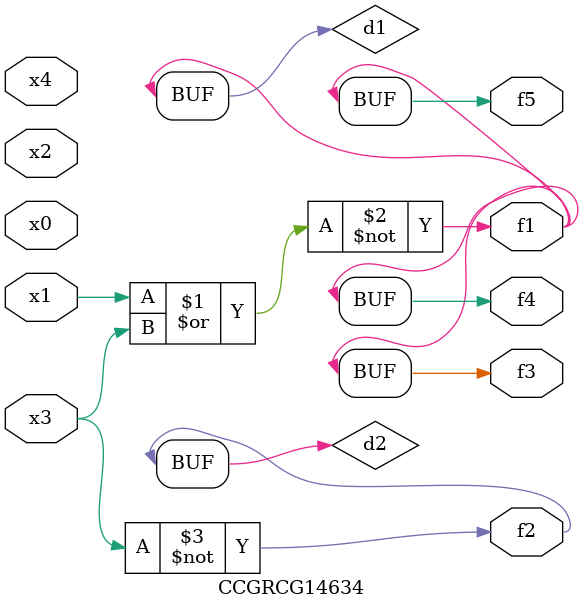
<source format=v>
module CCGRCG14634(
	input x0, x1, x2, x3, x4,
	output f1, f2, f3, f4, f5
);

	wire d1, d2;

	nor (d1, x1, x3);
	not (d2, x3);
	assign f1 = d1;
	assign f2 = d2;
	assign f3 = d1;
	assign f4 = d1;
	assign f5 = d1;
endmodule

</source>
